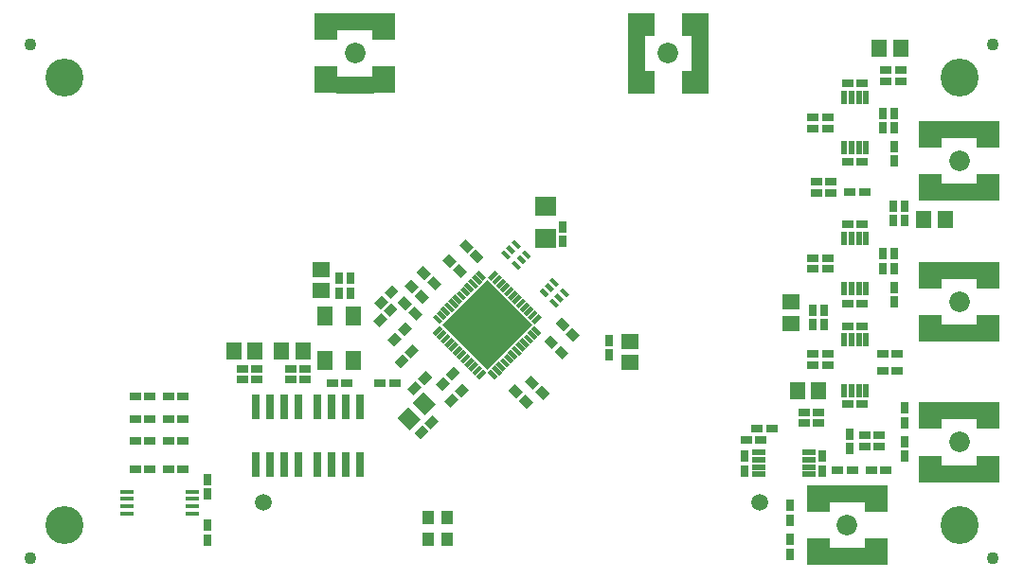
<source format=gts>
G75*
G70*
%OFA0B0*%
%FSLAX24Y24*%
%IPPOS*%
%LPD*%
%AMOC8*
5,1,8,0,0,1.08239X$1,22.5*
%
%ADD10C,0.1339*%
%ADD11C,0.0591*%
%ADD12R,0.0158X0.0355*%
%ADD13R,0.2245X0.2245*%
%ADD14R,0.0316X0.0158*%
%ADD15R,0.0394X0.0316*%
%ADD16R,0.0316X0.0394*%
%ADD17R,0.0750X0.0670*%
%ADD18R,0.0552X0.0631*%
%ADD19R,0.0631X0.0552*%
%ADD20R,0.0512X0.0178*%
%ADD21R,0.0197X0.0473*%
%ADD22R,0.0473X0.0197*%
%ADD23R,0.0552X0.0670*%
%ADD24C,0.0721*%
%ADD25R,0.0965X0.0788*%
%ADD26R,0.0631X0.1379*%
%ADD27R,0.0788X0.0965*%
%ADD28R,0.1379X0.0631*%
%ADD29C,0.0434*%
%ADD30R,0.0276X0.0906*%
%ADD31R,0.0434X0.0473*%
D10*
X002119Y002119D03*
X002119Y017867D03*
X033615Y017867D03*
X033615Y002119D03*
D11*
X026607Y002906D03*
X009126Y002906D03*
D12*
G36*
X016582Y007885D02*
X016694Y007773D01*
X016444Y007523D01*
X016332Y007635D01*
X016582Y007885D01*
G37*
G36*
X016443Y008024D02*
X016555Y007912D01*
X016305Y007662D01*
X016193Y007774D01*
X016443Y008024D01*
G37*
G36*
X016304Y008164D02*
X016416Y008052D01*
X016166Y007802D01*
X016054Y007914D01*
X016304Y008164D01*
G37*
G36*
X016165Y008303D02*
X016277Y008191D01*
X016027Y007941D01*
X015915Y008053D01*
X016165Y008303D01*
G37*
G36*
X016025Y008442D02*
X016137Y008330D01*
X015887Y008080D01*
X015775Y008192D01*
X016025Y008442D01*
G37*
G36*
X015886Y008581D02*
X015998Y008469D01*
X015748Y008219D01*
X015636Y008331D01*
X015886Y008581D01*
G37*
G36*
X015747Y008720D02*
X015859Y008608D01*
X015609Y008358D01*
X015497Y008470D01*
X015747Y008720D01*
G37*
G36*
X015608Y008860D02*
X015720Y008748D01*
X015470Y008498D01*
X015358Y008610D01*
X015608Y008860D01*
G37*
G36*
X015469Y008999D02*
X015581Y008887D01*
X015331Y008637D01*
X015219Y008749D01*
X015469Y008999D01*
G37*
G36*
X015329Y009138D02*
X015441Y009026D01*
X015191Y008776D01*
X015079Y008888D01*
X015329Y009138D01*
G37*
G36*
X015441Y009306D02*
X015329Y009194D01*
X015079Y009444D01*
X015191Y009556D01*
X015441Y009306D01*
G37*
G36*
X015581Y009445D02*
X015469Y009333D01*
X015219Y009583D01*
X015331Y009695D01*
X015581Y009445D01*
G37*
G36*
X015720Y009584D02*
X015608Y009472D01*
X015358Y009722D01*
X015470Y009834D01*
X015720Y009584D01*
G37*
G36*
X015859Y009723D02*
X015747Y009611D01*
X015497Y009861D01*
X015609Y009973D01*
X015859Y009723D01*
G37*
G36*
X015998Y009862D02*
X015886Y009750D01*
X015636Y010000D01*
X015748Y010112D01*
X015998Y009862D01*
G37*
G36*
X016137Y010002D02*
X016025Y009890D01*
X015775Y010140D01*
X015887Y010252D01*
X016137Y010002D01*
G37*
G36*
X016277Y010141D02*
X016165Y010029D01*
X015915Y010279D01*
X016027Y010391D01*
X016277Y010141D01*
G37*
G36*
X016416Y010280D02*
X016304Y010168D01*
X016054Y010418D01*
X016166Y010530D01*
X016416Y010280D01*
G37*
G36*
X016555Y010419D02*
X016443Y010307D01*
X016193Y010557D01*
X016305Y010669D01*
X016555Y010419D01*
G37*
G36*
X016694Y010558D02*
X016582Y010446D01*
X016332Y010696D01*
X016444Y010808D01*
X016694Y010558D01*
G37*
G36*
X016833Y010697D02*
X016721Y010585D01*
X016471Y010835D01*
X016583Y010947D01*
X016833Y010697D01*
G37*
G36*
X016973Y010837D02*
X016861Y010725D01*
X016611Y010975D01*
X016723Y011087D01*
X016973Y010837D01*
G37*
G36*
X017140Y010725D02*
X017028Y010837D01*
X017278Y011087D01*
X017390Y010975D01*
X017140Y010725D01*
G37*
G36*
X017279Y010585D02*
X017167Y010697D01*
X017417Y010947D01*
X017529Y010835D01*
X017279Y010585D01*
G37*
G36*
X017419Y010446D02*
X017307Y010558D01*
X017557Y010808D01*
X017669Y010696D01*
X017419Y010446D01*
G37*
G36*
X017558Y010307D02*
X017446Y010419D01*
X017696Y010669D01*
X017808Y010557D01*
X017558Y010307D01*
G37*
G36*
X017697Y010168D02*
X017585Y010280D01*
X017835Y010530D01*
X017947Y010418D01*
X017697Y010168D01*
G37*
G36*
X017836Y010029D02*
X017724Y010141D01*
X017974Y010391D01*
X018086Y010279D01*
X017836Y010029D01*
G37*
G36*
X017975Y009890D02*
X017863Y010002D01*
X018113Y010252D01*
X018225Y010140D01*
X017975Y009890D01*
G37*
G36*
X018115Y009750D02*
X018003Y009862D01*
X018253Y010112D01*
X018365Y010000D01*
X018115Y009750D01*
G37*
G36*
X018254Y009611D02*
X018142Y009723D01*
X018392Y009973D01*
X018504Y009861D01*
X018254Y009611D01*
G37*
G36*
X018393Y009472D02*
X018281Y009584D01*
X018531Y009834D01*
X018643Y009722D01*
X018393Y009472D01*
G37*
G36*
X018532Y009333D02*
X018420Y009445D01*
X018670Y009695D01*
X018782Y009583D01*
X018532Y009333D01*
G37*
G36*
X018671Y009194D02*
X018559Y009306D01*
X018809Y009556D01*
X018921Y009444D01*
X018671Y009194D01*
G37*
G36*
X018559Y009026D02*
X018671Y009138D01*
X018921Y008888D01*
X018809Y008776D01*
X018559Y009026D01*
G37*
G36*
X018420Y008887D02*
X018532Y008999D01*
X018782Y008749D01*
X018670Y008637D01*
X018420Y008887D01*
G37*
G36*
X018281Y008748D02*
X018393Y008860D01*
X018643Y008610D01*
X018531Y008498D01*
X018281Y008748D01*
G37*
G36*
X018142Y008608D02*
X018254Y008720D01*
X018504Y008470D01*
X018392Y008358D01*
X018142Y008608D01*
G37*
G36*
X018003Y008469D02*
X018115Y008581D01*
X018365Y008331D01*
X018253Y008219D01*
X018003Y008469D01*
G37*
G36*
X017863Y008330D02*
X017975Y008442D01*
X018225Y008192D01*
X018113Y008080D01*
X017863Y008330D01*
G37*
G36*
X017724Y008191D02*
X017836Y008303D01*
X018086Y008053D01*
X017974Y007941D01*
X017724Y008191D01*
G37*
G36*
X017585Y008052D02*
X017697Y008164D01*
X017947Y007914D01*
X017835Y007802D01*
X017585Y008052D01*
G37*
G36*
X017446Y007912D02*
X017558Y008024D01*
X017808Y007774D01*
X017696Y007662D01*
X017446Y007912D01*
G37*
G36*
X017307Y007773D02*
X017419Y007885D01*
X017669Y007635D01*
X017557Y007523D01*
X017307Y007773D01*
G37*
G36*
X017167Y007634D02*
X017279Y007746D01*
X017529Y007496D01*
X017417Y007384D01*
X017167Y007634D01*
G37*
G36*
X017028Y007495D02*
X017140Y007607D01*
X017390Y007357D01*
X017278Y007245D01*
X017028Y007495D01*
G37*
G36*
X016861Y007607D02*
X016973Y007495D01*
X016723Y007245D01*
X016611Y007357D01*
X016861Y007607D01*
G37*
G36*
X016721Y007746D02*
X016833Y007634D01*
X016583Y007384D01*
X016471Y007496D01*
X016721Y007746D01*
G37*
D13*
G36*
X015414Y009166D02*
X017000Y010752D01*
X018586Y009166D01*
X017000Y007580D01*
X015414Y009166D01*
G37*
D14*
G36*
X018079Y011117D02*
X017857Y011339D01*
X017969Y011451D01*
X018191Y011229D01*
X018079Y011117D01*
G37*
G36*
X018260Y011298D02*
X018038Y011520D01*
X018150Y011632D01*
X018372Y011410D01*
X018260Y011298D01*
G37*
G36*
X018441Y011479D02*
X018219Y011701D01*
X018331Y011813D01*
X018553Y011591D01*
X018441Y011479D01*
G37*
G36*
X017898Y011660D02*
X017676Y011882D01*
X017788Y011994D01*
X018010Y011772D01*
X017898Y011660D01*
G37*
G36*
X017717Y011479D02*
X017495Y011701D01*
X017607Y011813D01*
X017829Y011591D01*
X017717Y011479D01*
G37*
G36*
X018079Y011841D02*
X017857Y012063D01*
X017969Y012175D01*
X018191Y011953D01*
X018079Y011841D01*
G37*
G36*
X019418Y010502D02*
X019196Y010724D01*
X019308Y010836D01*
X019530Y010614D01*
X019418Y010502D01*
G37*
G36*
X019237Y010321D02*
X019015Y010543D01*
X019127Y010655D01*
X019349Y010433D01*
X019237Y010321D01*
G37*
G36*
X019056Y010140D02*
X018834Y010362D01*
X018946Y010474D01*
X019168Y010252D01*
X019056Y010140D01*
G37*
G36*
X019418Y009779D02*
X019196Y010001D01*
X019308Y010113D01*
X019530Y009891D01*
X019418Y009779D01*
G37*
G36*
X019599Y009960D02*
X019377Y010182D01*
X019489Y010294D01*
X019711Y010072D01*
X019599Y009960D01*
G37*
G36*
X019780Y010140D02*
X019558Y010362D01*
X019670Y010474D01*
X019892Y010252D01*
X019780Y010140D01*
G37*
D15*
G36*
X019681Y008938D02*
X019403Y009216D01*
X019627Y009440D01*
X019905Y009162D01*
X019681Y008938D01*
G37*
G36*
X020043Y008576D02*
X019765Y008854D01*
X019989Y009078D01*
X020267Y008800D01*
X020043Y008576D01*
G37*
G36*
X019649Y007946D02*
X019371Y008224D01*
X019595Y008448D01*
X019873Y008170D01*
X019649Y007946D01*
G37*
G36*
X019287Y008308D02*
X019009Y008586D01*
X019233Y008810D01*
X019511Y008532D01*
X019287Y008308D01*
G37*
G36*
X018618Y006891D02*
X018340Y007169D01*
X018564Y007393D01*
X018842Y007115D01*
X018618Y006891D01*
G37*
G36*
X018980Y006529D02*
X018702Y006807D01*
X018926Y007031D01*
X019204Y006753D01*
X018980Y006529D01*
G37*
G36*
X018389Y006214D02*
X018111Y006492D01*
X018335Y006716D01*
X018613Y006438D01*
X018389Y006214D01*
G37*
G36*
X018028Y006576D02*
X017750Y006854D01*
X017974Y007078D01*
X018252Y006800D01*
X018028Y006576D01*
G37*
G36*
X015867Y006839D02*
X016145Y007117D01*
X016369Y006893D01*
X016091Y006615D01*
X015867Y006839D01*
G37*
G36*
X015505Y006477D02*
X015783Y006755D01*
X016007Y006531D01*
X015729Y006253D01*
X015505Y006477D01*
G37*
G36*
X015190Y007068D02*
X015468Y007346D01*
X015692Y007122D01*
X015414Y006844D01*
X015190Y007068D01*
G37*
G36*
X014568Y007272D02*
X014846Y007550D01*
X015070Y007326D01*
X014792Y007048D01*
X014568Y007272D01*
G37*
G36*
X014206Y006911D02*
X014484Y007189D01*
X014708Y006965D01*
X014430Y006687D01*
X014206Y006911D01*
G37*
X013752Y007119D03*
X013241Y007119D03*
X012059Y007119D03*
X011548Y007119D03*
X010603Y007237D03*
X010603Y007630D03*
X010091Y007630D03*
X010091Y007237D03*
X008910Y007237D03*
X008398Y007237D03*
X008398Y007630D03*
X008910Y007630D03*
X006311Y006646D03*
X005800Y006646D03*
X005130Y006646D03*
X004619Y006646D03*
X004619Y005859D03*
X005130Y005859D03*
X005800Y005859D03*
X006311Y005859D03*
X006311Y005071D03*
X005800Y005071D03*
X005130Y005071D03*
X004619Y005071D03*
X004619Y004087D03*
X005130Y004087D03*
X005800Y004087D03*
X006311Y004087D03*
G36*
X013734Y007855D02*
X014012Y008133D01*
X014236Y007909D01*
X013958Y007631D01*
X013734Y007855D01*
G37*
G36*
X014096Y008217D02*
X014374Y008495D01*
X014598Y008271D01*
X014320Y007993D01*
X014096Y008217D01*
G37*
G36*
X013498Y008643D02*
X013776Y008921D01*
X014000Y008697D01*
X013722Y008419D01*
X013498Y008643D01*
G37*
G36*
X013859Y009005D02*
X014137Y009283D01*
X014361Y009059D01*
X014083Y008781D01*
X013859Y009005D01*
G37*
G36*
X012986Y009312D02*
X013264Y009590D01*
X013488Y009366D01*
X013210Y009088D01*
X012986Y009312D01*
G37*
G36*
X013348Y009674D02*
X013626Y009952D01*
X013850Y009728D01*
X013572Y009450D01*
X013348Y009674D01*
G37*
G36*
X013025Y009942D02*
X013303Y010220D01*
X013527Y009996D01*
X013249Y009718D01*
X013025Y009942D01*
G37*
G36*
X013387Y010304D02*
X013665Y010582D01*
X013889Y010358D01*
X013611Y010080D01*
X013387Y010304D01*
G37*
G36*
X014130Y009686D02*
X013852Y009964D01*
X014076Y010188D01*
X014354Y009910D01*
X014130Y009686D01*
G37*
G36*
X014492Y009324D02*
X014214Y009602D01*
X014438Y009826D01*
X014716Y009548D01*
X014492Y009324D01*
G37*
G36*
X014674Y010417D02*
X014952Y010139D01*
X014728Y009915D01*
X014450Y010193D01*
X014674Y010417D01*
G37*
G36*
X014312Y010779D02*
X014590Y010501D01*
X014366Y010277D01*
X014088Y010555D01*
X014312Y010779D01*
G37*
G36*
X014745Y011251D02*
X015023Y010973D01*
X014799Y010749D01*
X014521Y011027D01*
X014745Y011251D01*
G37*
G36*
X015107Y010889D02*
X015385Y010611D01*
X015161Y010387D01*
X014883Y010665D01*
X015107Y010889D01*
G37*
G36*
X015651Y011684D02*
X015929Y011406D01*
X015705Y011182D01*
X015427Y011460D01*
X015651Y011684D01*
G37*
G36*
X016241Y012196D02*
X016519Y011918D01*
X016295Y011694D01*
X016017Y011972D01*
X016241Y012196D01*
G37*
G36*
X016603Y011834D02*
X016881Y011556D01*
X016657Y011332D01*
X016379Y011610D01*
X016603Y011834D01*
G37*
G36*
X016013Y011322D02*
X016291Y011044D01*
X016067Y010820D01*
X015789Y011098D01*
X016013Y011322D01*
G37*
G36*
X015552Y007430D02*
X015830Y007708D01*
X016054Y007484D01*
X015776Y007206D01*
X015552Y007430D01*
G37*
G36*
X014804Y005717D02*
X015082Y005995D01*
X015306Y005771D01*
X015028Y005493D01*
X014804Y005717D01*
G37*
G36*
X014442Y005355D02*
X014720Y005633D01*
X014944Y005409D01*
X014666Y005131D01*
X014442Y005355D01*
G37*
X026115Y005111D03*
X026626Y005111D03*
X026508Y005504D03*
X027020Y005504D03*
X028162Y005701D03*
X028162Y006095D03*
X028674Y006095D03*
X028674Y005701D03*
X029697Y006370D03*
X030209Y006370D03*
X030288Y005268D03*
X030288Y004874D03*
X030800Y004874D03*
X030800Y005268D03*
X031036Y004048D03*
X030524Y004048D03*
X029855Y004048D03*
X029343Y004048D03*
X030918Y007552D03*
X031430Y007552D03*
X031430Y008142D03*
X030918Y008142D03*
X030209Y009126D03*
X029697Y009126D03*
X029697Y009914D03*
X030209Y009914D03*
X028989Y011134D03*
X028989Y011528D03*
X028477Y011528D03*
X028477Y011134D03*
X029697Y012709D03*
X030209Y012709D03*
X030288Y013851D03*
X029776Y013851D03*
X029107Y013811D03*
X028595Y013811D03*
X028595Y014205D03*
X029107Y014205D03*
X029697Y014914D03*
X030209Y014914D03*
X028989Y016095D03*
X028989Y016489D03*
X028477Y016489D03*
X028477Y016095D03*
X029697Y017670D03*
X030209Y017670D03*
X031036Y017748D03*
X031036Y018142D03*
X031548Y018142D03*
X031548Y017748D03*
X028989Y008142D03*
X028989Y007748D03*
X028477Y007748D03*
X028477Y008142D03*
D16*
X028457Y009185D03*
X028851Y009185D03*
X028851Y009697D03*
X028457Y009697D03*
X030937Y011154D03*
X031331Y011154D03*
X031331Y011666D03*
X030937Y011666D03*
X031292Y012847D03*
X031685Y012847D03*
X031685Y013359D03*
X031292Y013359D03*
X031331Y014933D03*
X031331Y015445D03*
X031331Y016115D03*
X030937Y016115D03*
X030937Y016626D03*
X031331Y016626D03*
X031331Y010485D03*
X031331Y009973D03*
X031685Y006233D03*
X031685Y005721D03*
X031685Y005052D03*
X031685Y004540D03*
X029756Y004815D03*
X029756Y005327D03*
X028811Y004540D03*
X028811Y004028D03*
X027650Y002807D03*
X027650Y002296D03*
X027650Y001607D03*
X027650Y001095D03*
X026056Y004028D03*
X026056Y004540D03*
X021292Y008103D03*
X021292Y008615D03*
X019678Y012099D03*
X019678Y012611D03*
X012197Y010800D03*
X011804Y010800D03*
X011804Y010288D03*
X012197Y010288D03*
X007158Y003713D03*
X007158Y003201D03*
X007158Y002099D03*
X007158Y001587D03*
D17*
X019067Y012228D03*
X019067Y013348D03*
D18*
X010524Y008260D03*
X009776Y008260D03*
X008831Y008260D03*
X008083Y008260D03*
G36*
X013839Y005897D02*
X014229Y006287D01*
X014673Y005843D01*
X014283Y005453D01*
X013839Y005897D01*
G37*
G36*
X014368Y006426D02*
X014758Y006816D01*
X015202Y006372D01*
X014812Y005982D01*
X014368Y006426D01*
G37*
X027926Y006843D03*
X028674Y006843D03*
X032374Y012867D03*
X033122Y012867D03*
X031548Y018930D03*
X030800Y018930D03*
D19*
X027709Y009973D03*
X027709Y009225D03*
X022020Y008595D03*
X022020Y007847D03*
X011174Y010367D03*
X011174Y011115D03*
D20*
X006617Y003290D03*
X006617Y003034D03*
X006617Y002778D03*
X006617Y002522D03*
X004313Y002522D03*
X004313Y002778D03*
X004313Y003034D03*
X004313Y003290D03*
D21*
X029569Y006863D03*
X029825Y006863D03*
X030081Y006863D03*
X030337Y006863D03*
X030337Y008634D03*
X030081Y008634D03*
X029825Y008634D03*
X029569Y008634D03*
X029569Y010445D03*
X029825Y010445D03*
X030081Y010445D03*
X030337Y010445D03*
X030337Y012217D03*
X030081Y012217D03*
X029825Y012217D03*
X029569Y012217D03*
X029569Y015406D03*
X029825Y015406D03*
X030081Y015406D03*
X030337Y015406D03*
X030337Y017178D03*
X030081Y017178D03*
X029825Y017178D03*
X029569Y017178D03*
D22*
X028319Y004668D03*
X028319Y004412D03*
X028319Y004156D03*
X028319Y003900D03*
X026548Y003900D03*
X026548Y004156D03*
X026548Y004412D03*
X026548Y004668D03*
D23*
X012296Y007906D03*
X011311Y007906D03*
X011311Y009481D03*
X012296Y009481D03*
D24*
X012355Y018733D03*
X023378Y018733D03*
X033615Y014953D03*
X033615Y009993D03*
X033615Y005032D03*
X029678Y002119D03*
D25*
X024313Y017709D03*
X022443Y017709D03*
X022443Y019756D03*
X024313Y019756D03*
D26*
X024481Y018733D03*
X022276Y018733D03*
D27*
X013378Y019668D03*
X011331Y019668D03*
X011331Y017798D03*
X013378Y017798D03*
X032591Y015888D03*
X034638Y015888D03*
X034638Y014018D03*
X032591Y014018D03*
X032591Y010928D03*
X034638Y010928D03*
X034638Y009057D03*
X032591Y009057D03*
X032591Y005967D03*
X034638Y005967D03*
X034638Y004097D03*
X032591Y004097D03*
X030701Y003054D03*
X028654Y003054D03*
X028654Y001183D03*
X030701Y001183D03*
D28*
X029678Y001016D03*
X029678Y003221D03*
X033615Y003930D03*
X033615Y006134D03*
X033615Y008890D03*
X033615Y011095D03*
X033615Y013851D03*
X033615Y016056D03*
X012355Y017630D03*
X012355Y019835D03*
D29*
X000937Y000937D03*
X000937Y019048D03*
X034796Y019048D03*
X034796Y000937D03*
D30*
X012514Y004244D03*
X012014Y004244D03*
X011514Y004244D03*
X011014Y004244D03*
X010349Y004244D03*
X009849Y004244D03*
X009349Y004244D03*
X008849Y004244D03*
X008849Y006292D03*
X009349Y006292D03*
X009849Y006292D03*
X010349Y006292D03*
X011014Y006292D03*
X011514Y006292D03*
X012014Y006292D03*
X012514Y006292D03*
D31*
X014933Y002394D03*
X015603Y002394D03*
X015603Y001607D03*
X014933Y001607D03*
M02*

</source>
